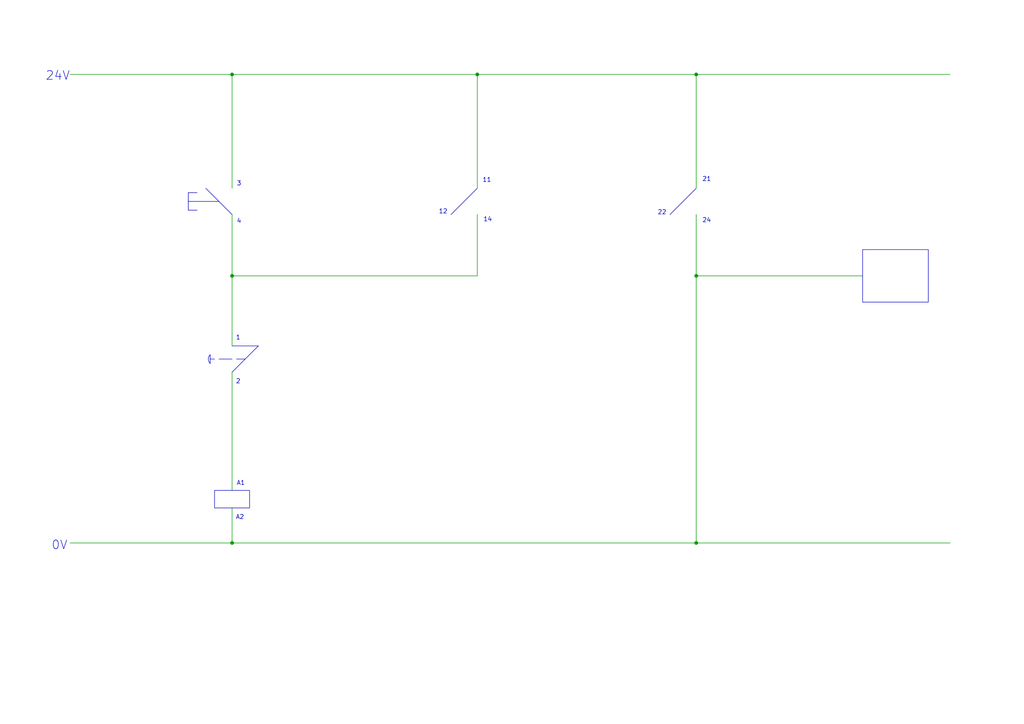
<source format=kicad_sch>
(kicad_sch
	(version 20231120)
	(generator "eeschema")
	(generator_version "8.0")
	(uuid "2219f743-ad21-4ccb-af01-47e3624f84f8")
	(paper "A4")
	(title_block
		(title "Sistema emergenza")
		(date "2025-06-24")
		(rev "2")
		(company "Gruppo 2")
	)
	(lib_symbols)
	(junction
		(at 138.43 21.59)
		(diameter 0)
		(color 0 0 0 0)
		(uuid "0fbf4e9a-ae56-4a3e-99c6-df487ef30368")
	)
	(junction
		(at 201.93 157.48)
		(diameter 0)
		(color 0 0 0 0)
		(uuid "62903b1a-336a-4c77-9f9b-7d003e5439a7")
	)
	(junction
		(at 67.31 21.59)
		(diameter 0)
		(color 0 0 0 0)
		(uuid "6bd7d83c-02aa-4039-8d61-8dfbd811a800")
	)
	(junction
		(at 201.93 21.59)
		(diameter 0)
		(color 0 0 0 0)
		(uuid "7b907135-fa46-4369-93c1-3171e742e04a")
	)
	(junction
		(at 67.31 80.01)
		(diameter 0)
		(color 0 0 0 0)
		(uuid "7cc04257-4ca1-4722-8fc7-06afa09501d7")
	)
	(junction
		(at 67.31 157.48)
		(diameter 0)
		(color 0 0 0 0)
		(uuid "a0d1f200-5a1d-4039-9db3-9d4dadd2855a")
	)
	(junction
		(at 201.93 80.01)
		(diameter 0)
		(color 0 0 0 0)
		(uuid "b75e7fdb-489f-498b-b25c-aae9ed991362")
	)
	(wire
		(pts
			(xy 67.31 157.48) (xy 201.93 157.48)
		)
		(stroke
			(width 0)
			(type default)
		)
		(uuid "01fea470-387e-42ea-a6ae-44e06c480f81")
	)
	(wire
		(pts
			(xy 138.43 80.01) (xy 67.31 80.01)
		)
		(stroke
			(width 0)
			(type default)
		)
		(uuid "113d840b-d421-43a7-b8cf-b3b5ebb2de44")
	)
	(wire
		(pts
			(xy 138.43 21.59) (xy 138.43 54.61)
		)
		(stroke
			(width 0)
			(type default)
		)
		(uuid "240f00e9-4e6f-44f7-94ea-ce8bd182b74c")
	)
	(polyline
		(pts
			(xy 59.69 54.61) (xy 67.31 62.23)
		)
		(stroke
			(width 0)
			(type default)
		)
		(uuid "2427548e-ad3c-4d84-b75f-605e2dc4c6e1")
	)
	(polyline
		(pts
			(xy 54.61 58.42) (xy 54.61 55.88)
		)
		(stroke
			(width 0)
			(type default)
		)
		(uuid "249c99b9-6991-4763-8da6-b3d431f985f7")
	)
	(wire
		(pts
			(xy 201.93 21.59) (xy 201.93 54.61)
		)
		(stroke
			(width 0)
			(type default)
		)
		(uuid "30df8a0e-6086-4284-95a0-6b33712b974a")
	)
	(wire
		(pts
			(xy 201.93 157.48) (xy 275.59 157.48)
		)
		(stroke
			(width 0)
			(type default)
		)
		(uuid "3109226a-f358-4f4d-b2fe-81fdafe25b43")
	)
	(wire
		(pts
			(xy 138.43 62.23) (xy 138.43 80.01)
		)
		(stroke
			(width 0)
			(type default)
		)
		(uuid "364dae15-7955-4203-8c46-10aa4f0a9cfe")
	)
	(wire
		(pts
			(xy 67.31 21.59) (xy 67.31 54.61)
		)
		(stroke
			(width 0)
			(type default)
		)
		(uuid "3766e6d7-03d6-4629-a461-468361dc341d")
	)
	(polyline
		(pts
			(xy 54.61 58.42) (xy 54.61 60.96)
		)
		(stroke
			(width 0)
			(type default)
		)
		(uuid "3e8448a2-fe5c-41f0-bcc6-7daf4d84c5e2")
	)
	(wire
		(pts
			(xy 201.93 80.01) (xy 201.93 157.48)
		)
		(stroke
			(width 0)
			(type default)
		)
		(uuid "3fca9ec4-1ff7-40e8-94a2-543c50fb053a")
	)
	(wire
		(pts
			(xy 67.31 21.59) (xy 138.43 21.59)
		)
		(stroke
			(width 0)
			(type default)
		)
		(uuid "4608583e-0b34-4694-a6d9-8a52ede2b0e5")
	)
	(polyline
		(pts
			(xy 67.31 107.95) (xy 74.93 100.33)
		)
		(stroke
			(width 0)
			(type default)
		)
		(uuid "582a5e58-1c4d-412f-b923-6f2c674ff88b")
	)
	(wire
		(pts
			(xy 201.93 80.01) (xy 250.19 80.01)
		)
		(stroke
			(width 0)
			(type default)
		)
		(uuid "67effd69-b4f8-43cd-acc7-269b9b2014d1")
	)
	(wire
		(pts
			(xy 67.31 62.23) (xy 67.31 80.01)
		)
		(stroke
			(width 0)
			(type default)
		)
		(uuid "816604da-4950-4932-81fe-cbf5ccac7eb2")
	)
	(polyline
		(pts
			(xy 68.58 104.14) (xy 71.12 104.14)
		)
		(stroke
			(width 0)
			(type default)
		)
		(uuid "88152815-88c6-407e-ae38-a1ec137b2653")
	)
	(polyline
		(pts
			(xy 60.96 102.87) (xy 60.96 105.41)
		)
		(stroke
			(width 0)
			(type default)
		)
		(uuid "9acf74fa-b065-4f05-abbb-4352feace28e")
	)
	(wire
		(pts
			(xy 201.93 62.23) (xy 201.93 80.01)
		)
		(stroke
			(width 0)
			(type default)
		)
		(uuid "9af7fb56-09c0-48c2-aa66-f4c7acba5dac")
	)
	(wire
		(pts
			(xy 67.31 80.01) (xy 67.31 100.33)
		)
		(stroke
			(width 0)
			(type default)
		)
		(uuid "9e815fff-669b-4c6b-8eb8-ffd983edd9d5")
	)
	(wire
		(pts
			(xy 138.43 21.59) (xy 201.93 21.59)
		)
		(stroke
			(width 0)
			(type default)
		)
		(uuid "a9e1b999-3209-42e3-a652-5d5a89e437a4")
	)
	(polyline
		(pts
			(xy 54.61 60.96) (xy 57.15 60.96)
		)
		(stroke
			(width 0)
			(type default)
		)
		(uuid "bdfe13d4-2d66-402f-a1de-6b2378c3dcc3")
	)
	(polyline
		(pts
			(xy 67.31 100.33) (xy 74.93 100.33)
		)
		(stroke
			(width 0)
			(type default)
		)
		(uuid "c43ac6ab-2b87-4fc7-8692-d73fa0acc229")
	)
	(wire
		(pts
			(xy 67.31 147.32) (xy 67.31 157.48)
		)
		(stroke
			(width 0)
			(type default)
		)
		(uuid "c65ea3b8-1cfa-4244-b760-746799b7a38f")
	)
	(polyline
		(pts
			(xy 201.93 54.61) (xy 194.31 62.23)
		)
		(stroke
			(width 0)
			(type default)
		)
		(uuid "ca80a353-966a-473c-8805-53d54e116a0a")
	)
	(wire
		(pts
			(xy 201.93 21.59) (xy 275.59 21.59)
		)
		(stroke
			(width 0)
			(type default)
		)
		(uuid "ce01d8fb-4362-4f45-b158-afbf4f58ab93")
	)
	(wire
		(pts
			(xy 67.31 107.95) (xy 67.31 142.24)
		)
		(stroke
			(width 0)
			(type default)
		)
		(uuid "cfcf57d6-da1f-41c6-807d-c9114f2fd472")
	)
	(polyline
		(pts
			(xy 54.61 58.42) (xy 63.5 58.42)
		)
		(stroke
			(width 0)
			(type default)
		)
		(uuid "d008bf17-ef03-464a-92bb-3d5892994615")
	)
	(polyline
		(pts
			(xy 63.5 104.14) (xy 67.31 104.14)
		)
		(stroke
			(width 0)
			(type default)
		)
		(uuid "d96c2218-7e34-41fc-b8f4-52ab2d4a6af2")
	)
	(polyline
		(pts
			(xy 60.96 104.14) (xy 62.23 104.14)
		)
		(stroke
			(width 0)
			(type default)
		)
		(uuid "e2abfad4-9637-4865-9b4d-a916518792c3")
	)
	(polyline
		(pts
			(xy 54.61 55.88) (xy 57.15 55.88)
		)
		(stroke
			(width 0)
			(type default)
		)
		(uuid "e8e82272-842d-4c65-bded-3ab9813b778d")
	)
	(wire
		(pts
			(xy 20.32 157.48) (xy 67.31 157.48)
		)
		(stroke
			(width 0)
			(type default)
		)
		(uuid "ebafc4c9-2c72-431a-9c52-7a587caafe35")
	)
	(wire
		(pts
			(xy 20.32 21.59) (xy 67.31 21.59)
		)
		(stroke
			(width 0)
			(type default)
		)
		(uuid "edc71f69-6634-47fa-8444-ca7dbbaf9aaf")
	)
	(polyline
		(pts
			(xy 138.43 54.61) (xy 130.81 62.23)
		)
		(stroke
			(width 0)
			(type default)
		)
		(uuid "f8cd25e2-dda1-484e-b889-2fc58ebf91e5")
	)
	(rectangle
		(start 62.23 142.24)
		(end 72.39 147.32)
		(stroke
			(width 0)
			(type default)
		)
		(fill
			(type none)
		)
		(uuid 6b204e16-3109-47b7-8380-0c2d8e63c7c2)
	)
	(rectangle
		(start 250.19 72.39)
		(end 269.24 87.63)
		(stroke
			(width 0)
			(type default)
		)
		(fill
			(type none)
		)
		(uuid 7326bbfa-956a-4b73-bb25-4b141302b989)
	)
	(arc
		(start 60.96 105.41)
		(mid 60.4339 104.14)
		(end 60.96 102.87)
		(stroke
			(width 0)
			(type default)
		)
		(fill
			(type none)
		)
		(uuid fd0da575-83dc-48e3-aa7d-5a46edebe5cf)
	)
	(text "A2"
		(exclude_from_sim no)
		(at 69.596 150.114 0)
		(effects
			(font
				(size 1.27 1.27)
			)
		)
		(uuid "0c5e0c9c-03ed-42d8-84c9-c6ed29c0182e")
	)
	(text "12"
		(exclude_from_sim no)
		(at 128.524 61.468 0)
		(effects
			(font
				(size 1.27 1.27)
			)
		)
		(uuid "1795e7bb-6709-4b09-8cbd-c8ebba9ca35e")
	)
	(text "14"
		(exclude_from_sim no)
		(at 141.478 63.754 0)
		(effects
			(font
				(size 1.27 1.27)
			)
		)
		(uuid "2f32b7f1-54c7-40ce-8bff-b1e7d55ddb3d")
	)
	(text "11"
		(exclude_from_sim no)
		(at 141.224 52.324 0)
		(effects
			(font
				(size 1.27 1.27)
			)
		)
		(uuid "46dfc5e1-1fac-4b30-835e-682e89118085")
	)
	(text "22"
		(exclude_from_sim no)
		(at 192.024 61.722 0)
		(effects
			(font
				(size 1.27 1.27)
			)
		)
		(uuid "4927ef2d-9b50-40c2-bb97-2b289f80ccb5")
	)
	(text "3"
		(exclude_from_sim no)
		(at 69.342 53.34 0)
		(effects
			(font
				(size 1.27 1.27)
			)
		)
		(uuid "64a3937b-4040-4330-9f90-35261fda832b")
	)
	(text "24V"
		(exclude_from_sim no)
		(at 16.764 22.098 0)
		(effects
			(font
				(size 2.54 2.54)
			)
		)
		(uuid "6dafe78c-1c68-491a-8b8f-c2a6d84969ef")
	)
	(text "4"
		(exclude_from_sim no)
		(at 69.342 64.262 0)
		(effects
			(font
				(size 1.27 1.27)
			)
		)
		(uuid "723b2cbd-da17-47b0-af24-4d65472e5911")
	)
	(text "2"
		(exclude_from_sim no)
		(at 69.088 110.744 0)
		(effects
			(font
				(size 1.27 1.27)
			)
		)
		(uuid "8aef29de-cfc6-4dc4-9e17-eebe995ce073")
	)
	(text "0V"
		(exclude_from_sim no)
		(at 17.272 158.242 0)
		(effects
			(font
				(size 2.54 2.54)
			)
		)
		(uuid "8ffb56e3-3ca1-4741-b0dc-4ef1c5010108")
	)
	(text "21"
		(exclude_from_sim no)
		(at 204.978 52.07 0)
		(effects
			(font
				(size 1.27 1.27)
			)
		)
		(uuid "999ad1bf-58e9-4ded-a60e-199d16bac02e")
	)
	(text "A1"
		(exclude_from_sim no)
		(at 69.85 140.208 0)
		(effects
			(font
				(size 1.27 1.27)
			)
		)
		(uuid "bf808737-6bb3-4ac7-8b93-e2ef903faa0f")
	)
	(text "24"
		(exclude_from_sim no)
		(at 204.978 64.008 0)
		(effects
			(font
				(size 1.27 1.27)
			)
		)
		(uuid "c268c2b4-1c92-40bd-ac5e-00cdca50b6aa")
	)
	(text "1"
		(exclude_from_sim no)
		(at 69.088 98.044 0)
		(effects
			(font
				(size 1.27 1.27)
			)
		)
		(uuid "fcc367f6-a752-4850-82f4-2b1fc7e47c71")
	)
	(sheet_instances
		(path "/"
			(page "1")
		)
	)
)
</source>
